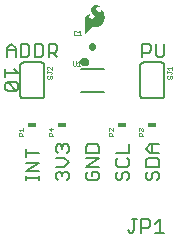
<source format=gbr>
G04 EAGLE Gerber RS-274X export*
G75*
%MOMM*%
%FSLAX34Y34*%
%LPD*%
%INSilkscreen Top*%
%IPPOS*%
%AMOC8*
5,1,8,0,0,1.08239X$1,22.5*%
G01*
%ADD10C,0.203200*%
%ADD11C,0.304800*%
%ADD12C,0.127000*%
%ADD13C,0.025400*%
%ADD14C,0.152400*%
%ADD15R,0.762000X0.457200*%
%ADD16C,0.558800*%

G36*
X69880Y149550D02*
X69880Y149550D01*
X69880Y149648D01*
X70379Y150146D01*
X70379Y150147D01*
X70679Y150647D01*
X71179Y151146D01*
X71179Y151147D01*
X71679Y151747D01*
X72879Y152946D01*
X72879Y152947D01*
X73479Y153647D01*
X74079Y154346D01*
X75078Y155346D01*
X75578Y155646D01*
X76077Y155945D01*
X76675Y156045D01*
X78575Y156045D01*
X78576Y156045D01*
X79776Y156245D01*
X80876Y156545D01*
X80877Y156546D01*
X80877Y156545D01*
X81877Y156945D01*
X81877Y156946D01*
X81878Y156946D01*
X82878Y157546D01*
X83678Y158246D01*
X83679Y158246D01*
X84479Y159046D01*
X84479Y159047D01*
X85179Y159947D01*
X85179Y159948D01*
X86179Y161748D01*
X86180Y161749D01*
X86680Y163649D01*
X86680Y163650D01*
X86780Y165350D01*
X86780Y165351D01*
X86480Y166951D01*
X86480Y166952D01*
X85980Y168452D01*
X85979Y168452D01*
X85979Y168453D01*
X85279Y169553D01*
X84479Y170453D01*
X84478Y170453D01*
X84478Y170454D01*
X83678Y170954D01*
X83676Y170954D01*
X83676Y170955D01*
X83674Y170954D01*
X83671Y170953D01*
X83671Y170951D01*
X83670Y170950D01*
X83670Y170051D01*
X83570Y169752D01*
X83471Y169553D01*
X83172Y169254D01*
X82874Y169155D01*
X82576Y169155D01*
X81777Y169355D01*
X81377Y169554D01*
X81078Y169754D01*
X80678Y170054D01*
X80079Y170653D01*
X79879Y170953D01*
X79680Y171252D01*
X79580Y171651D01*
X79580Y172249D01*
X79680Y172548D01*
X79779Y172748D01*
X79979Y173047D01*
X80378Y173346D01*
X80777Y173545D01*
X81276Y173645D01*
X81676Y173745D01*
X82274Y173745D01*
X82473Y173646D01*
X82474Y173646D01*
X82475Y173645D01*
X82575Y173645D01*
X82576Y173646D01*
X82578Y173646D01*
X82578Y173648D01*
X82580Y173649D01*
X82578Y173651D01*
X82579Y173654D01*
X82479Y173754D01*
X82478Y173754D01*
X82078Y174054D01*
X82077Y174054D01*
X80677Y174754D01*
X80676Y174754D01*
X80676Y174755D01*
X79776Y174955D01*
X79775Y174955D01*
X78775Y174955D01*
X78774Y174955D01*
X77674Y174755D01*
X77673Y174754D01*
X76573Y174154D01*
X76572Y174154D01*
X75672Y173454D01*
X75672Y173453D01*
X75671Y173453D01*
X75171Y172653D01*
X75171Y172652D01*
X75170Y172652D01*
X74870Y171752D01*
X74870Y171751D01*
X74871Y171751D01*
X74870Y171750D01*
X74870Y170950D01*
X74871Y170949D01*
X74870Y170949D01*
X75070Y170049D01*
X75071Y170048D01*
X75571Y169148D01*
X75571Y169147D01*
X76271Y168347D01*
X77071Y167447D01*
X77071Y167446D01*
X77771Y166747D01*
X78070Y165949D01*
X78070Y165251D01*
X77871Y164653D01*
X77472Y164154D01*
X76873Y163755D01*
X76074Y163555D01*
X75275Y163555D01*
X74776Y163655D01*
X74278Y163854D01*
X73679Y164453D01*
X73480Y164752D01*
X73380Y165051D01*
X73380Y165449D01*
X73479Y165747D01*
X74078Y166346D01*
X74377Y166445D01*
X74377Y166446D01*
X74777Y166646D01*
X74778Y166647D01*
X74779Y166646D01*
X74879Y166746D01*
X74879Y166747D01*
X74879Y166749D01*
X74879Y166753D01*
X74878Y166753D01*
X74877Y166754D01*
X74477Y166954D01*
X74476Y166954D01*
X74475Y166955D01*
X73275Y166955D01*
X73274Y166955D01*
X72674Y166855D01*
X72174Y166755D01*
X72174Y166754D01*
X72173Y166755D01*
X71673Y166555D01*
X71673Y166554D01*
X71672Y166554D01*
X71272Y166254D01*
X70772Y165854D01*
X70772Y165853D01*
X70771Y165853D01*
X70171Y164853D01*
X70171Y164852D01*
X70170Y164851D01*
X69970Y164151D01*
X69870Y163351D01*
X69870Y163350D01*
X69870Y149550D01*
X69874Y149545D01*
X69880Y149550D01*
G37*
D10*
X118491Y131191D02*
X118491Y141868D01*
X123830Y141868D01*
X125609Y140089D01*
X125609Y136530D01*
X123830Y134750D01*
X118491Y134750D01*
X130185Y132971D02*
X130185Y141868D01*
X130185Y132971D02*
X131964Y131191D01*
X135524Y131191D01*
X137303Y132971D01*
X137303Y141868D01*
X13281Y117662D02*
X9722Y121222D01*
X13281Y117662D02*
X2604Y117662D01*
X2604Y114103D02*
X2604Y121222D01*
X4383Y109528D02*
X11501Y109528D01*
X13281Y107748D01*
X13281Y104189D01*
X11501Y102409D01*
X4383Y102409D01*
X2604Y104189D01*
X2604Y107748D01*
X4383Y109528D01*
X11501Y102409D01*
X4191Y131191D02*
X4191Y138309D01*
X7750Y141868D01*
X11309Y138309D01*
X11309Y131191D01*
X11309Y136530D02*
X4191Y136530D01*
X15885Y141868D02*
X15885Y131191D01*
X21224Y131191D01*
X23003Y132971D01*
X23003Y140089D01*
X21224Y141868D01*
X15885Y141868D01*
X27579Y141868D02*
X27579Y131191D01*
X32918Y131191D01*
X34697Y132971D01*
X34697Y140089D01*
X32918Y141868D01*
X27579Y141868D01*
X39273Y141868D02*
X39273Y131191D01*
X39273Y141868D02*
X44611Y141868D01*
X46391Y140089D01*
X46391Y136530D01*
X44611Y134750D01*
X39273Y134750D01*
X42832Y134750D02*
X46391Y131191D01*
X30734Y29975D02*
X30734Y26416D01*
X30734Y28196D02*
X20057Y28196D01*
X20057Y29975D02*
X20057Y26416D01*
X20057Y34212D02*
X30734Y34212D01*
X30734Y41330D02*
X20057Y34212D01*
X20057Y41330D02*
X30734Y41330D01*
X30734Y49465D02*
X20057Y49465D01*
X20057Y45906D02*
X20057Y53024D01*
X70857Y31755D02*
X72636Y33534D01*
X70857Y31755D02*
X70857Y28196D01*
X72636Y26416D01*
X79755Y26416D01*
X81534Y28196D01*
X81534Y31755D01*
X79755Y33534D01*
X76195Y33534D01*
X76195Y29975D01*
X70857Y38110D02*
X81534Y38110D01*
X81534Y45228D02*
X70857Y38110D01*
X70857Y45228D02*
X81534Y45228D01*
X81534Y49804D02*
X70857Y49804D01*
X81534Y49804D02*
X81534Y55143D01*
X79755Y56922D01*
X72636Y56922D01*
X70857Y55143D01*
X70857Y49804D01*
X47236Y26416D02*
X45457Y28196D01*
X45457Y31755D01*
X47236Y33534D01*
X49016Y33534D01*
X50795Y31755D01*
X50795Y29975D01*
X50795Y31755D02*
X52575Y33534D01*
X54355Y33534D01*
X56134Y31755D01*
X56134Y28196D01*
X54355Y26416D01*
X52575Y38110D02*
X45457Y38110D01*
X52575Y38110D02*
X56134Y41669D01*
X52575Y45228D01*
X45457Y45228D01*
X47236Y49804D02*
X45457Y51583D01*
X45457Y55143D01*
X47236Y56922D01*
X49016Y56922D01*
X50795Y55143D01*
X50795Y53363D01*
X50795Y55143D02*
X52575Y56922D01*
X54355Y56922D01*
X56134Y55143D01*
X56134Y51583D01*
X54355Y49804D01*
X96257Y31755D02*
X98036Y33534D01*
X96257Y31755D02*
X96257Y28196D01*
X98036Y26416D01*
X99816Y26416D01*
X101595Y28196D01*
X101595Y31755D01*
X103375Y33534D01*
X105155Y33534D01*
X106934Y31755D01*
X106934Y28196D01*
X105155Y26416D01*
X96257Y43449D02*
X98036Y45228D01*
X96257Y43449D02*
X96257Y39889D01*
X98036Y38110D01*
X105155Y38110D01*
X106934Y39889D01*
X106934Y43449D01*
X105155Y45228D01*
X106934Y49804D02*
X96257Y49804D01*
X106934Y49804D02*
X106934Y56922D01*
X123436Y33534D02*
X121657Y31755D01*
X121657Y28196D01*
X123436Y26416D01*
X125216Y26416D01*
X126995Y28196D01*
X126995Y31755D01*
X128775Y33534D01*
X130555Y33534D01*
X132334Y31755D01*
X132334Y28196D01*
X130555Y26416D01*
X132334Y38110D02*
X121657Y38110D01*
X132334Y38110D02*
X132334Y43449D01*
X130555Y45228D01*
X123436Y45228D01*
X121657Y43449D01*
X121657Y38110D01*
X125216Y49804D02*
X132334Y49804D01*
X125216Y49804D02*
X121657Y53363D01*
X125216Y56922D01*
X132334Y56922D01*
X126995Y56922D02*
X126995Y49804D01*
D11*
X68700Y126625D02*
X68702Y126688D01*
X68708Y126750D01*
X68718Y126812D01*
X68731Y126874D01*
X68749Y126934D01*
X68770Y126993D01*
X68795Y127051D01*
X68824Y127107D01*
X68856Y127161D01*
X68891Y127213D01*
X68929Y127262D01*
X68971Y127310D01*
X69015Y127354D01*
X69063Y127396D01*
X69112Y127434D01*
X69164Y127469D01*
X69218Y127501D01*
X69274Y127530D01*
X69332Y127555D01*
X69391Y127576D01*
X69451Y127594D01*
X69513Y127607D01*
X69575Y127617D01*
X69637Y127623D01*
X69700Y127625D01*
X69763Y127623D01*
X69825Y127617D01*
X69887Y127607D01*
X69949Y127594D01*
X70009Y127576D01*
X70068Y127555D01*
X70126Y127530D01*
X70182Y127501D01*
X70236Y127469D01*
X70288Y127434D01*
X70337Y127396D01*
X70385Y127354D01*
X70429Y127310D01*
X70471Y127262D01*
X70509Y127213D01*
X70544Y127161D01*
X70576Y127107D01*
X70605Y127051D01*
X70630Y126993D01*
X70651Y126934D01*
X70669Y126874D01*
X70682Y126812D01*
X70692Y126750D01*
X70698Y126688D01*
X70700Y126625D01*
X70698Y126562D01*
X70692Y126500D01*
X70682Y126438D01*
X70669Y126376D01*
X70651Y126316D01*
X70630Y126257D01*
X70605Y126199D01*
X70576Y126143D01*
X70544Y126089D01*
X70509Y126037D01*
X70471Y125988D01*
X70429Y125940D01*
X70385Y125896D01*
X70337Y125854D01*
X70288Y125816D01*
X70236Y125781D01*
X70182Y125749D01*
X70126Y125720D01*
X70068Y125695D01*
X70009Y125674D01*
X69949Y125656D01*
X69887Y125643D01*
X69825Y125633D01*
X69763Y125627D01*
X69700Y125625D01*
X69637Y125627D01*
X69575Y125633D01*
X69513Y125643D01*
X69451Y125656D01*
X69391Y125674D01*
X69332Y125695D01*
X69274Y125720D01*
X69218Y125749D01*
X69164Y125781D01*
X69112Y125816D01*
X69063Y125854D01*
X69015Y125896D01*
X68971Y125940D01*
X68929Y125988D01*
X68891Y126037D01*
X68856Y126089D01*
X68824Y126143D01*
X68795Y126199D01*
X68770Y126257D01*
X68749Y126316D01*
X68731Y126376D01*
X68718Y126438D01*
X68708Y126500D01*
X68702Y126562D01*
X68700Y126625D01*
X67700Y126625D02*
X67702Y126714D01*
X67708Y126803D01*
X67718Y126892D01*
X67732Y126980D01*
X67749Y127067D01*
X67771Y127153D01*
X67797Y127239D01*
X67826Y127323D01*
X67859Y127406D01*
X67895Y127487D01*
X67936Y127567D01*
X67979Y127644D01*
X68026Y127720D01*
X68077Y127793D01*
X68130Y127864D01*
X68187Y127933D01*
X68247Y127999D01*
X68310Y128063D01*
X68375Y128123D01*
X68443Y128181D01*
X68514Y128235D01*
X68587Y128286D01*
X68662Y128334D01*
X68739Y128379D01*
X68818Y128420D01*
X68899Y128457D01*
X68981Y128491D01*
X69065Y128522D01*
X69150Y128548D01*
X69236Y128571D01*
X69323Y128589D01*
X69411Y128604D01*
X69500Y128615D01*
X69589Y128622D01*
X69678Y128625D01*
X69767Y128624D01*
X69856Y128619D01*
X69944Y128610D01*
X70033Y128597D01*
X70120Y128580D01*
X70207Y128560D01*
X70293Y128535D01*
X70377Y128507D01*
X70460Y128475D01*
X70542Y128439D01*
X70622Y128400D01*
X70700Y128357D01*
X70776Y128311D01*
X70850Y128261D01*
X70922Y128208D01*
X70991Y128152D01*
X71058Y128093D01*
X71122Y128031D01*
X71183Y127967D01*
X71242Y127899D01*
X71297Y127829D01*
X71349Y127757D01*
X71398Y127682D01*
X71443Y127606D01*
X71485Y127527D01*
X71523Y127447D01*
X71558Y127365D01*
X71589Y127281D01*
X71617Y127196D01*
X71640Y127110D01*
X71660Y127023D01*
X71676Y126936D01*
X71688Y126847D01*
X71696Y126759D01*
X71700Y126670D01*
X71700Y126580D01*
X71696Y126491D01*
X71688Y126403D01*
X71676Y126314D01*
X71660Y126227D01*
X71640Y126140D01*
X71617Y126054D01*
X71589Y125969D01*
X71558Y125885D01*
X71523Y125803D01*
X71485Y125723D01*
X71443Y125644D01*
X71398Y125568D01*
X71349Y125493D01*
X71297Y125421D01*
X71242Y125351D01*
X71183Y125283D01*
X71122Y125219D01*
X71058Y125157D01*
X70991Y125098D01*
X70922Y125042D01*
X70850Y124989D01*
X70776Y124939D01*
X70700Y124893D01*
X70622Y124850D01*
X70542Y124811D01*
X70460Y124775D01*
X70377Y124743D01*
X70293Y124715D01*
X70207Y124690D01*
X70120Y124670D01*
X70033Y124653D01*
X69944Y124640D01*
X69856Y124631D01*
X69767Y124626D01*
X69678Y124625D01*
X69589Y124628D01*
X69500Y124635D01*
X69411Y124646D01*
X69323Y124661D01*
X69236Y124679D01*
X69150Y124702D01*
X69065Y124728D01*
X68981Y124759D01*
X68899Y124793D01*
X68818Y124830D01*
X68739Y124871D01*
X68662Y124916D01*
X68587Y124964D01*
X68514Y125015D01*
X68443Y125069D01*
X68375Y125127D01*
X68310Y125187D01*
X68247Y125251D01*
X68187Y125317D01*
X68130Y125386D01*
X68077Y125457D01*
X68026Y125530D01*
X67979Y125606D01*
X67936Y125683D01*
X67895Y125763D01*
X67859Y125844D01*
X67826Y125927D01*
X67797Y126011D01*
X67771Y126097D01*
X67749Y126183D01*
X67732Y126270D01*
X67718Y126358D01*
X67708Y126447D01*
X67702Y126536D01*
X67700Y126625D01*
D12*
X66200Y121125D02*
X86200Y121125D01*
X86200Y101125D02*
X66200Y101125D01*
D13*
X59885Y124388D02*
X59885Y127565D01*
X59885Y124388D02*
X60520Y123752D01*
X61792Y123752D01*
X62427Y124388D01*
X62427Y127565D01*
X63627Y126294D02*
X64898Y127565D01*
X64898Y123752D01*
X63627Y123752D02*
X66169Y123752D01*
D14*
X116840Y123825D02*
X116840Y98425D01*
X134620Y95885D02*
X134720Y95887D01*
X134819Y95893D01*
X134919Y95903D01*
X135017Y95916D01*
X135116Y95934D01*
X135213Y95955D01*
X135309Y95980D01*
X135405Y96009D01*
X135499Y96042D01*
X135592Y96078D01*
X135683Y96118D01*
X135773Y96162D01*
X135861Y96209D01*
X135947Y96259D01*
X136031Y96313D01*
X136113Y96370D01*
X136192Y96430D01*
X136270Y96494D01*
X136344Y96560D01*
X136416Y96629D01*
X136485Y96701D01*
X136551Y96775D01*
X136615Y96853D01*
X136675Y96932D01*
X136732Y97014D01*
X136786Y97098D01*
X136836Y97184D01*
X136883Y97272D01*
X136927Y97362D01*
X136967Y97453D01*
X137003Y97546D01*
X137036Y97640D01*
X137065Y97736D01*
X137090Y97832D01*
X137111Y97929D01*
X137129Y98028D01*
X137142Y98126D01*
X137152Y98226D01*
X137158Y98325D01*
X137160Y98425D01*
X137160Y123825D02*
X137158Y123925D01*
X137152Y124024D01*
X137142Y124124D01*
X137129Y124222D01*
X137111Y124321D01*
X137090Y124418D01*
X137065Y124514D01*
X137036Y124610D01*
X137003Y124704D01*
X136967Y124797D01*
X136927Y124888D01*
X136883Y124978D01*
X136836Y125066D01*
X136786Y125152D01*
X136732Y125236D01*
X136675Y125318D01*
X136615Y125397D01*
X136551Y125475D01*
X136485Y125549D01*
X136416Y125621D01*
X136344Y125690D01*
X136270Y125756D01*
X136192Y125820D01*
X136113Y125880D01*
X136031Y125937D01*
X135947Y125991D01*
X135861Y126041D01*
X135773Y126088D01*
X135683Y126132D01*
X135592Y126172D01*
X135499Y126208D01*
X135405Y126241D01*
X135309Y126270D01*
X135213Y126295D01*
X135116Y126316D01*
X135017Y126334D01*
X134919Y126347D01*
X134819Y126357D01*
X134720Y126363D01*
X134620Y126365D01*
X119380Y126365D02*
X119280Y126363D01*
X119181Y126357D01*
X119081Y126347D01*
X118983Y126334D01*
X118884Y126316D01*
X118787Y126295D01*
X118691Y126270D01*
X118595Y126241D01*
X118501Y126208D01*
X118408Y126172D01*
X118317Y126132D01*
X118227Y126088D01*
X118139Y126041D01*
X118053Y125991D01*
X117969Y125937D01*
X117887Y125880D01*
X117808Y125820D01*
X117730Y125756D01*
X117656Y125690D01*
X117584Y125621D01*
X117515Y125549D01*
X117449Y125475D01*
X117385Y125397D01*
X117325Y125318D01*
X117268Y125236D01*
X117214Y125152D01*
X117164Y125066D01*
X117117Y124978D01*
X117073Y124888D01*
X117033Y124797D01*
X116997Y124704D01*
X116964Y124610D01*
X116935Y124514D01*
X116910Y124418D01*
X116889Y124321D01*
X116871Y124222D01*
X116858Y124124D01*
X116848Y124024D01*
X116842Y123925D01*
X116840Y123825D01*
X116840Y98425D02*
X116842Y98325D01*
X116848Y98226D01*
X116858Y98126D01*
X116871Y98028D01*
X116889Y97929D01*
X116910Y97832D01*
X116935Y97736D01*
X116964Y97640D01*
X116997Y97546D01*
X117033Y97453D01*
X117073Y97362D01*
X117117Y97272D01*
X117164Y97184D01*
X117214Y97098D01*
X117268Y97014D01*
X117325Y96932D01*
X117385Y96853D01*
X117449Y96775D01*
X117515Y96701D01*
X117584Y96629D01*
X117656Y96560D01*
X117730Y96494D01*
X117808Y96430D01*
X117887Y96370D01*
X117969Y96313D01*
X118053Y96259D01*
X118139Y96209D01*
X118227Y96162D01*
X118317Y96118D01*
X118408Y96078D01*
X118501Y96042D01*
X118595Y96009D01*
X118691Y95980D01*
X118787Y95955D01*
X118884Y95934D01*
X118983Y95916D01*
X119081Y95903D01*
X119181Y95893D01*
X119280Y95887D01*
X119380Y95885D01*
X134620Y95885D01*
X134620Y126365D02*
X119380Y126365D01*
X137160Y123825D02*
X137160Y98425D01*
D13*
X139824Y114632D02*
X140459Y115268D01*
X139824Y114632D02*
X139824Y113361D01*
X140459Y112726D01*
X141095Y112726D01*
X141730Y113361D01*
X141730Y114632D01*
X142366Y115268D01*
X143001Y115268D01*
X143637Y114632D01*
X143637Y113361D01*
X143001Y112726D01*
X143001Y116468D02*
X143637Y117103D01*
X143637Y117739D01*
X143001Y118374D01*
X139824Y118374D01*
X139824Y117739D02*
X139824Y119010D01*
X141095Y120210D02*
X139824Y121481D01*
X143637Y121481D01*
X143637Y120210D02*
X143637Y122752D01*
D14*
X15240Y123825D02*
X15240Y98425D01*
X33020Y95885D02*
X33120Y95887D01*
X33219Y95893D01*
X33319Y95903D01*
X33417Y95916D01*
X33516Y95934D01*
X33613Y95955D01*
X33709Y95980D01*
X33805Y96009D01*
X33899Y96042D01*
X33992Y96078D01*
X34083Y96118D01*
X34173Y96162D01*
X34261Y96209D01*
X34347Y96259D01*
X34431Y96313D01*
X34513Y96370D01*
X34592Y96430D01*
X34670Y96494D01*
X34744Y96560D01*
X34816Y96629D01*
X34885Y96701D01*
X34951Y96775D01*
X35015Y96853D01*
X35075Y96932D01*
X35132Y97014D01*
X35186Y97098D01*
X35236Y97184D01*
X35283Y97272D01*
X35327Y97362D01*
X35367Y97453D01*
X35403Y97546D01*
X35436Y97640D01*
X35465Y97736D01*
X35490Y97832D01*
X35511Y97929D01*
X35529Y98028D01*
X35542Y98126D01*
X35552Y98226D01*
X35558Y98325D01*
X35560Y98425D01*
X35560Y123825D02*
X35558Y123925D01*
X35552Y124024D01*
X35542Y124124D01*
X35529Y124222D01*
X35511Y124321D01*
X35490Y124418D01*
X35465Y124514D01*
X35436Y124610D01*
X35403Y124704D01*
X35367Y124797D01*
X35327Y124888D01*
X35283Y124978D01*
X35236Y125066D01*
X35186Y125152D01*
X35132Y125236D01*
X35075Y125318D01*
X35015Y125397D01*
X34951Y125475D01*
X34885Y125549D01*
X34816Y125621D01*
X34744Y125690D01*
X34670Y125756D01*
X34592Y125820D01*
X34513Y125880D01*
X34431Y125937D01*
X34347Y125991D01*
X34261Y126041D01*
X34173Y126088D01*
X34083Y126132D01*
X33992Y126172D01*
X33899Y126208D01*
X33805Y126241D01*
X33709Y126270D01*
X33613Y126295D01*
X33516Y126316D01*
X33417Y126334D01*
X33319Y126347D01*
X33219Y126357D01*
X33120Y126363D01*
X33020Y126365D01*
X17780Y126365D02*
X17680Y126363D01*
X17581Y126357D01*
X17481Y126347D01*
X17383Y126334D01*
X17284Y126316D01*
X17187Y126295D01*
X17091Y126270D01*
X16995Y126241D01*
X16901Y126208D01*
X16808Y126172D01*
X16717Y126132D01*
X16627Y126088D01*
X16539Y126041D01*
X16453Y125991D01*
X16369Y125937D01*
X16287Y125880D01*
X16208Y125820D01*
X16130Y125756D01*
X16056Y125690D01*
X15984Y125621D01*
X15915Y125549D01*
X15849Y125475D01*
X15785Y125397D01*
X15725Y125318D01*
X15668Y125236D01*
X15614Y125152D01*
X15564Y125066D01*
X15517Y124978D01*
X15473Y124888D01*
X15433Y124797D01*
X15397Y124704D01*
X15364Y124610D01*
X15335Y124514D01*
X15310Y124418D01*
X15289Y124321D01*
X15271Y124222D01*
X15258Y124124D01*
X15248Y124024D01*
X15242Y123925D01*
X15240Y123825D01*
X15240Y98425D02*
X15242Y98325D01*
X15248Y98226D01*
X15258Y98126D01*
X15271Y98028D01*
X15289Y97929D01*
X15310Y97832D01*
X15335Y97736D01*
X15364Y97640D01*
X15397Y97546D01*
X15433Y97453D01*
X15473Y97362D01*
X15517Y97272D01*
X15564Y97184D01*
X15614Y97098D01*
X15668Y97014D01*
X15725Y96932D01*
X15785Y96853D01*
X15849Y96775D01*
X15915Y96701D01*
X15984Y96629D01*
X16056Y96560D01*
X16130Y96494D01*
X16208Y96430D01*
X16287Y96370D01*
X16369Y96313D01*
X16453Y96259D01*
X16539Y96209D01*
X16627Y96162D01*
X16717Y96118D01*
X16808Y96078D01*
X16901Y96042D01*
X16995Y96009D01*
X17091Y95980D01*
X17187Y95955D01*
X17284Y95934D01*
X17383Y95916D01*
X17481Y95903D01*
X17581Y95893D01*
X17680Y95887D01*
X17780Y95885D01*
X33020Y95885D01*
X33020Y126365D02*
X17780Y126365D01*
X35560Y123825D02*
X35560Y98425D01*
D13*
X38224Y114632D02*
X38859Y115268D01*
X38224Y114632D02*
X38224Y113361D01*
X38859Y112726D01*
X39495Y112726D01*
X40130Y113361D01*
X40130Y114632D01*
X40766Y115268D01*
X41401Y115268D01*
X42037Y114632D01*
X42037Y113361D01*
X41401Y112726D01*
X41401Y116468D02*
X42037Y117103D01*
X42037Y117739D01*
X41401Y118374D01*
X38224Y118374D01*
X38224Y117739D02*
X38224Y119010D01*
X42037Y120210D02*
X42037Y122752D01*
X42037Y120210D02*
X39495Y122752D01*
X38859Y122752D01*
X38224Y122117D01*
X38224Y120845D01*
X38859Y120210D01*
D15*
X25400Y73025D03*
D13*
X17653Y64262D02*
X13840Y64262D01*
X13840Y66169D01*
X14475Y66804D01*
X15746Y66804D01*
X16382Y66169D01*
X16382Y64262D01*
X16382Y65533D02*
X17653Y66804D01*
X15111Y68004D02*
X13840Y69275D01*
X17653Y69275D01*
X17653Y68004D02*
X17653Y70546D01*
D15*
X101600Y73025D03*
D13*
X93853Y64262D02*
X90040Y64262D01*
X90040Y66169D01*
X90675Y66804D01*
X91946Y66804D01*
X92582Y66169D01*
X92582Y64262D01*
X92582Y65533D02*
X93853Y66804D01*
X93853Y68004D02*
X93853Y70546D01*
X93853Y68004D02*
X91311Y70546D01*
X90675Y70546D01*
X90040Y69911D01*
X90040Y68640D01*
X90675Y68004D01*
D15*
X127000Y73025D03*
D13*
X119253Y64262D02*
X115440Y64262D01*
X115440Y66169D01*
X116075Y66804D01*
X117346Y66804D01*
X117982Y66169D01*
X117982Y64262D01*
X117982Y65533D02*
X119253Y66804D01*
X116075Y68004D02*
X115440Y68640D01*
X115440Y69911D01*
X116075Y70546D01*
X116711Y70546D01*
X117346Y69911D01*
X117346Y69275D01*
X117346Y69911D02*
X117982Y70546D01*
X118617Y70546D01*
X119253Y69911D01*
X119253Y68640D01*
X118617Y68004D01*
D16*
X76200Y139395D02*
X76200Y140005D01*
D13*
X62994Y152530D02*
X62359Y153165D01*
X61088Y153165D01*
X60452Y152530D01*
X60452Y149988D01*
X61088Y149352D01*
X62359Y149352D01*
X62994Y149988D01*
X64194Y151894D02*
X65465Y153165D01*
X65465Y149352D01*
X64194Y149352D02*
X66736Y149352D01*
D12*
X106015Y-15746D02*
X107922Y-17653D01*
X109828Y-17653D01*
X111735Y-15746D01*
X111735Y-6213D01*
X109828Y-6213D02*
X113642Y-6213D01*
X117709Y-6213D02*
X117709Y-17653D01*
X117709Y-6213D02*
X123429Y-6213D01*
X125336Y-8120D01*
X125336Y-11933D01*
X123429Y-13840D01*
X117709Y-13840D01*
X129403Y-10027D02*
X133216Y-6213D01*
X133216Y-17653D01*
X129403Y-17653D02*
X137029Y-17653D01*
D15*
X50800Y73025D03*
D13*
X43053Y64262D02*
X39240Y64262D01*
X39240Y66169D01*
X39875Y66804D01*
X41146Y66804D01*
X41782Y66169D01*
X41782Y64262D01*
X41782Y65533D02*
X43053Y66804D01*
X43053Y69911D02*
X39240Y69911D01*
X41146Y68004D01*
X41146Y70546D01*
M02*

</source>
